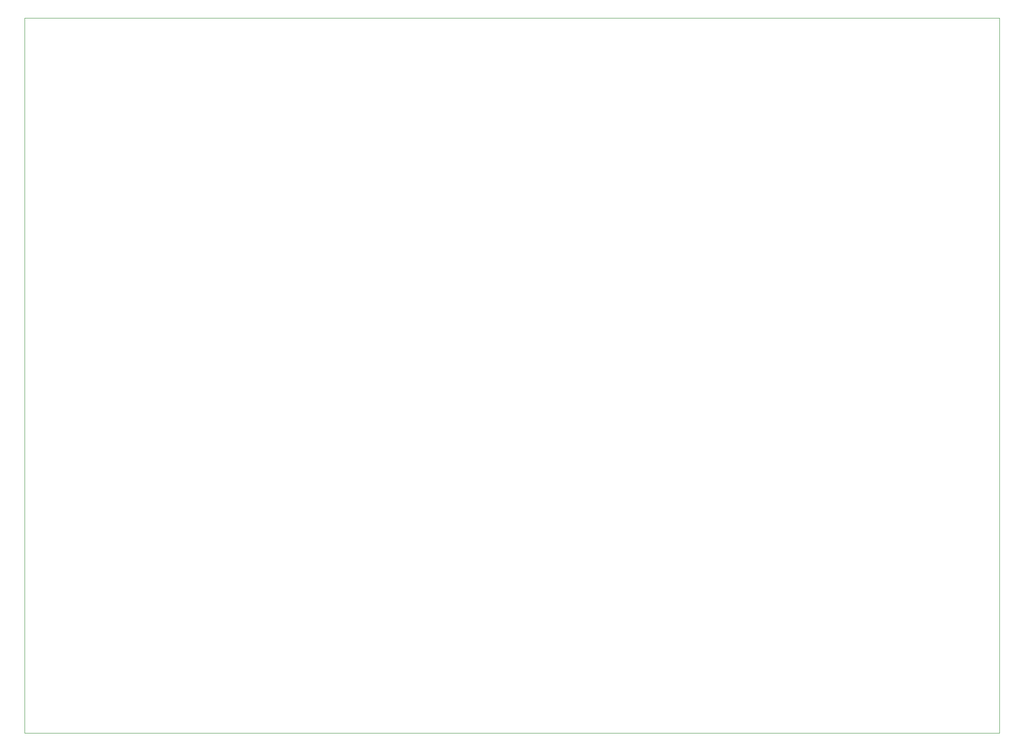
<source format=gbr>
G04 (created by PCBNEW (2013-07-07 BZR 4022)-stable) date 11/1/2014 6:00:42 PM*
%MOIN*%
G04 Gerber Fmt 3.4, Leading zero omitted, Abs format*
%FSLAX34Y34*%
G01*
G70*
G90*
G04 APERTURE LIST*
%ADD10C,0.00590551*%
%ADD11C,0.00393701*%
G04 APERTURE END LIST*
G54D10*
G54D11*
X15748Y-65354D02*
X15748Y-11023D01*
X89763Y-65354D02*
X15748Y-65354D01*
X89763Y-11023D02*
X89763Y-65354D01*
X15748Y-11023D02*
X89763Y-11023D01*
M02*

</source>
